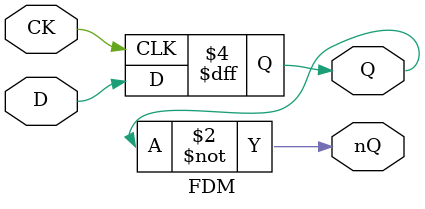
<source format=v>
`timescale 1ns/1ns

module FDM(
	input CK,
	input D,
	output reg Q,
	output nQ
);

	initial
		Q <= 1'b0;

	always @(posedge CK)
		#2 Q <= D;
	
	assign nQ = ~Q;

endmodule

</source>
